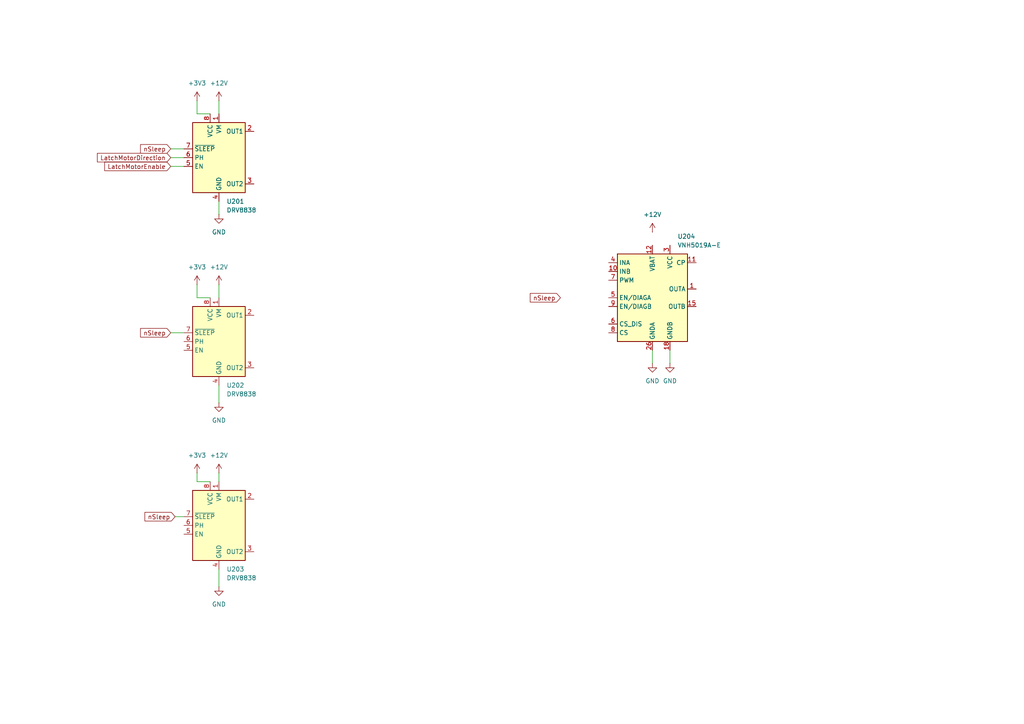
<source format=kicad_sch>
(kicad_sch (version 20231120) (generator "eeschema") (generator_version "8.0")
  (paper "A4")
  (lib_symbols
    (symbol "Driver_Motor:DRV8838"
      (property "Reference" "U" (at 6.35 11.43 0))
      (property "Value" "DRV8838" (at -10.16 11.43 0))
      (symbol "DRV8838_0_1"
        (rectangle (start -7.62 10.16) (end 7.62 -10.16) (stroke (width 0.254)) (fill (type background)))
      )
      (symbol "DRV8838_1_1"
        (pin power_in line (at 0 12.7 270) (length 2.54) (name "VM") (number "1"))
        (pin output line (at 10.16 7.62 180) (length 2.54) (name "OUT1") (number "2"))
        (pin output line (at 10.16 -7.62 180) (length 2.54) (name "OUT2") (number "3"))
        (pin power_in line (at 0 -12.7 90) (length 2.54) (name "GND") (number "4"))
        (pin input line (at -10.16 -2.54 0) (length 2.54) (name "EN") (number "5"))
        (pin input line (at -10.16 0 0) (length 2.54) (name "PH") (number "6"))
        (pin input line (at -10.16 2.54 0) (length 2.54) (name "~{SLEEP}") (number "7"))
        (pin power_in line (at -2.54 12.7 270) (length 2.54) (name "VCC") (number "8"))
        (pin passive line (at 0 -12.7 90) (length 2.54) hide (name "GND") (number "9"))
      )
    )
    (symbol "Driver_Motor:VNH5019A-E"
      (property "Reference" "U" (at -7.62 13.97 0))
      (property "Value" "VNH5019A-E" (at 12.7 13.97 0))
      (symbol "VNH5019A-E_0_1"
        (rectangle (start -10.16 12.7) (end 10.16 -12.7) (stroke (width 0.254)) (fill (type background)))
      )
      (symbol "VNH5019A-E_1_1"
        (pin output line (at 12.7 2.54 180) (length 2.54) (name "OUTA") (number "1"))
        (pin input line (at -12.7 7.62 0) (length 2.54) (name "INB") (number "10"))
        (pin output line (at 12.7 10.16 180) (length 2.54) (name "CP") (number "11"))
        (pin power_in line (at 0 15.24 270) (length 2.54) (name "VBAT") (number "12"))
        (pin passive line (at 5.08 15.24 270) (length 2.54) hide (name "VCC") (number "13"))
        (pin no_connect line (at 10.16 -10.16 180) (length 2.54) hide (name "NC") (number "14"))
        (pin output line (at 12.7 -2.54 180) (length 2.54) (name "OUTB") (number "15"))
        (pin passive line (at 12.7 -2.54 180) (length 2.54) hide (name "OUTB") (number "16"))
        (pin no_connect line (at 10.16 -5.08 180) (length 2.54) hide (name "NC") (number "17"))
        (pin power_in line (at 5.08 -15.24 90) (length 2.54) (name "GNDB") (number "18"))
        (pin passive line (at 5.08 -15.24 90) (length 2.54) hide (name "GNDB") (number "19"))
        (pin no_connect line (at 10.16 -7.62 180) (length 2.54) hide (name "NC") (number "2"))
        (pin passive line (at 5.08 -15.24 90) (length 2.54) hide (name "GNDB") (number "20"))
        (pin passive line (at 12.7 -2.54 180) (length 2.54) hide (name "OUTB") (number "21"))
        (pin no_connect line (at 10.16 0 180) (length 2.54) hide (name "NC") (number "22"))
        (pin passive line (at 5.08 15.24 270) (length 2.54) hide (name "VCC") (number "23"))
        (pin no_connect line (at 10.16 5.08 180) (length 2.54) hide (name "NC") (number "24"))
        (pin passive line (at 12.7 2.54 180) (length 2.54) hide (name "OUTA") (number "25"))
        (pin power_in line (at 0 -15.24 90) (length 2.54) (name "GNDA") (number "26"))
        (pin passive line (at 0 -15.24 90) (length 2.54) hide (name "GNDA") (number "27"))
        (pin passive line (at 0 -15.24 90) (length 2.54) hide (name "GNDA") (number "28"))
        (pin no_connect line (at 10.16 7.62 180) (length 2.54) hide (name "NC") (number "29"))
        (pin power_in line (at 5.08 15.24 270) (length 2.54) (name "VCC") (number "3"))
        (pin passive line (at 12.7 2.54 180) (length 2.54) hide (name "OUTA") (number "30"))
        (pin passive line (at 5.08 15.24 270) (length 2.54) hide (name "VCC") (number "31"))
        (pin passive line (at 12.7 -2.54 180) (length 2.54) hide (name "OUTB") (number "32"))
        (pin passive line (at 12.7 2.54 180) (length 2.54) hide (name "OUTA") (number "33"))
        (pin input line (at -12.7 10.16 0) (length 2.54) (name "INA") (number "4"))
        (pin open_collector line (at -12.7 0 0) (length 2.54) (name "EN/DIAGA") (number "5"))
        (pin input line (at -12.7 -7.62 0) (length 2.54) (name "CS_DIS") (number "6"))
        (pin input line (at -12.7 5.08 0) (length 2.54) (name "PWM") (number "7"))
        (pin output line (at -12.7 -10.16 0) (length 2.54) (name "CS") (number "8"))
        (pin open_collector line (at -12.7 -2.54 0) (length 2.54) (name "EN/DIAGB") (number "9"))
      )
    )
    (symbol "power:+12V" (power) (pin_numbers hide) (pin_names (offset 0) hide)
      (property "Value" "+12V" (at 0 3.556 0))
      (symbol "+12V_0_1"
        (polyline (pts (xy -0.762 1.27) (xy 0 2.54)))
        (polyline (pts (xy 0 0) (xy 0 2.54)))
        (polyline (pts (xy 0 2.54) (xy 0.762 1.27)))
      )
      (symbol "+12V_1_1"
        (pin power_in line (at 0 0 90) (length 0) (name "~") (number "1"))
      )
    )
    (symbol "power:+3V3" (power) (pin_numbers hide) (pin_names (offset 0) hide)
      (property "Value" "+3V3" (at 0 3.556 0))
      (symbol "+3V3_0_1"
        (polyline (pts (xy -0.762 1.27) (xy 0 2.54)))
        (polyline (pts (xy 0 0) (xy 0 2.54)))
        (polyline (pts (xy 0 2.54) (xy 0.762 1.27)))
      )
      (symbol "+3V3_1_1"
        (pin power_in line (at 0 0 90) (length 0) (name "~") (number "1"))
      )
    )
    (symbol "power:GND" (power) (pin_numbers hide) (pin_names (offset 0) hide)
      (property "Value" "GND" (at 0 -3.81 0))
      (symbol "GND_0_1"
        (polyline (pts (xy 0 0) (xy 0 -1.27) (xy 1.27 -1.27) (xy 0 -2.54) (xy -1.27 -1.27) (xy 0 -1.27)))
      )
      (symbol "GND_1_1"
        (pin power_in line (at 0 0 270) (length 0) (name "~") (number "1"))
      )
    )
  )
  (wire (pts (xy 49.53 96.52) (xy 53.34 96.52)))
  (wire (pts (xy 63.5 111.76) (xy 63.5 116.84)))
  (wire (pts (xy 63.5 82.55) (xy 63.5 86.36)))
  (wire (pts (xy 49.53 48.26) (xy 53.34 48.26)))
  (wire (pts (xy 63.5 165.1) (xy 63.5 170.18)))
  (wire (pts (xy 49.53 45.72) (xy 53.34 45.72)))
  (wire (pts (xy 60.96 33.02) (xy 57.15 33.02)))
  (wire (pts (xy 57.15 33.02) (xy 57.15 29.21)))
  (wire (pts (xy 63.5 137.16) (xy 63.5 139.7)))
  (wire (pts (xy 60.96 139.7) (xy 57.15 139.7)))
  (wire (pts (xy 189.23 101.6) (xy 189.23 105.41)))
  (wire (pts (xy 57.15 86.36) (xy 57.15 82.55)))
  (wire (pts (xy 50.8 149.86) (xy 53.34 149.86)))
  (wire (pts (xy 63.5 58.42) (xy 63.5 62.23)))
  (wire (pts (xy 60.96 86.36) (xy 57.15 86.36)))
  (wire (pts (xy 63.5 29.21) (xy 63.5 33.02)))
  (wire (pts (xy 57.15 139.7) (xy 57.15 137.16)))
  (wire (pts (xy 194.31 101.6) (xy 194.31 105.41)))
  (wire (pts (xy 49.53 43.18) (xy 53.34 43.18)))
  (global_label "LatchMotorEnable" (shape input) (at 49.53 48.26 180) (property "Intersheetrefs" "${INTERSHEET_REFS}" (effects (hide yes))))
  (global_label "nSleep" (shape input) (at 49.53 96.52 180) (property "Intersheetrefs" "${INTERSHEET_REFS}" (effects (hide yes))))
  (global_label "nSleep" (shape input) (at 49.53 43.18 180) (property "Intersheetrefs" "${INTERSHEET_REFS}" (effects (hide yes))))
  (global_label "nSleep" (shape input) (at 50.8 149.86 180) (property "Intersheetrefs" "${INTERSHEET_REFS}" (effects (hide yes))))
  (global_label "nSleep" (shape input) (at 162.56 86.36 180) (property "Intersheetrefs" "${INTERSHEET_REFS}" (effects (hide yes))))
  (global_label "LatchMotorDirection" (shape input) (at 49.53 45.72 180) (property "Intersheetrefs" "${INTERSHEET_REFS}" (effects (hide yes))))
  (symbol (lib_id "power:+3V3") (at 57.15 29.21 0) (unit 1)
    (property "Reference" "#PWR0207" (effects (hide yes)))
    (property "Value" "+3V3" (at 57.15 24.13 0))
    (property "Description" "Power symbol creates a global label with name \"+3V3\"" (effects (hide yes)))
  )
  (symbol (lib_id "power:+12V") (at 63.5 137.16 0) (unit 1)
    (property "Reference" "#PWR0203" (effects (hide yes)))
    (property "Value" "+12V" (at 63.5 132.08 0))
    (property "Description" "Power symbol creates a global label with name \"+12V\"" (effects (hide yes)))
  )
  (symbol (lib_id "power:+12V") (at 63.5 29.21 0) (unit 1)
    (property "Reference" "#PWR0201" (effects (hide yes)))
    (property "Value" "+12V" (at 63.5 24.13 0))
    (property "Description" "Power symbol creates a global label with name \"+12V\"" (effects (hide yes)))
  )
  (symbol (lib_id "power:+3V3") (at 57.15 82.55 0) (unit 1)
    (property "Reference" "#PWR0205" (effects (hide yes)))
    (property "Value" "+3V3" (at 57.15 77.47 0))
    (property "Description" "Power symbol creates a global label with name \"+3V3\"" (effects (hide yes)))
  )
  (symbol (lib_id "Driver_Motor:DRV8838") (at 63.5 45.72 0) (unit 1)
    (property "Reference" "U201" (at 65.6941 58.42 0) (effects (justify left)))
    (property "Value" "DRV8838" (at 65.6941 60.96 0) (effects (justify left)))
    (property "Footprint" "Package_SON:WSON-8-1EP_2x2mm_P0.5mm_EP0.9x1.6mm" (effects (hide yes)))
    (property "Datasheet" "http://www.ti.com/lit/ds/symlink/drv8837.pdf" (effects (hide yes)))
    (property "Description" "H-Bridge driver, 1.8A, Low Voltage, PH/EN input, WSON-8" (effects (hide yes)))
  )
  (symbol (lib_id "Driver_Motor:DRV8838") (at 63.5 99.06 0) (unit 1)
    (property "Reference" "U202" (at 65.6941 111.76 0) (effects (justify left)))
    (property "Value" "DRV8838" (at 65.6941 114.3 0) (effects (justify left)))
    (property "Footprint" "Package_SON:WSON-8-1EP_2x2mm_P0.5mm_EP0.9x1.6mm" (effects (hide yes)))
    (property "Datasheet" "http://www.ti.com/lit/ds/symlink/drv8837.pdf" (effects (hide yes)))
    (property "Description" "H-Bridge driver, 1.8A, Low Voltage, PH/EN input, WSON-8" (effects (hide yes)))
  )
  (symbol (lib_id "power:+12V") (at 189.23 67.31 0) (unit 1)
    (property "Reference" "#PWR0204" (effects (hide yes)))
    (property "Value" "+12V" (at 189.23 62.23 0))
    (property "Description" "Power symbol creates a global label with name \"+12V\"" (effects (hide yes)))
  )
  (symbol (lib_id "power:GND") (at 63.5 116.84 0) (unit 1)
    (property "Reference" "#PWR0209" (effects (hide yes)))
    (property "Value" "GND" (at 63.5 121.92 0))
    (property "Description" "Power symbol creates a global label with name \"GND\" , ground" (effects (hide yes)))
  )
  (symbol (lib_id "power:GND") (at 194.31 105.41 0) (unit 1)
    (property "Reference" "#PWR0211" (effects (hide yes)))
    (property "Value" "GND" (at 194.31 110.49 0))
    (property "Description" "Power symbol creates a global label with name \"GND\" , ground" (effects (hide yes)))
  )
  (symbol (lib_id "Driver_Motor:DRV8838") (at 63.5 152.4 0) (unit 1)
    (property "Reference" "U203" (at 65.6941 165.1 0) (effects (justify left)))
    (property "Value" "DRV8838" (at 65.6941 167.64 0) (effects (justify left)))
    (property "Footprint" "Package_SON:WSON-8-1EP_2x2mm_P0.5mm_EP0.9x1.6mm" (effects (hide yes)))
    (property "Datasheet" "http://www.ti.com/lit/ds/symlink/drv8837.pdf" (effects (hide yes)))
    (property "Description" "H-Bridge driver, 1.8A, Low Voltage, PH/EN input, WSON-8" (effects (hide yes)))
  )
  (symbol (lib_id "power:+12V") (at 63.5 82.55 0) (unit 1)
    (property "Reference" "#PWR0202" (effects (hide yes)))
    (property "Value" "+12V" (at 63.5 77.47 0))
    (property "Description" "Power symbol creates a global label with name \"+12V\"" (effects (hide yes)))
  )
  (symbol (lib_id "Driver_Motor:VNH5019A-E") (at 189.23 86.36 0) (unit 1)
    (property "Reference" "U204" (at 196.5041 68.58 0) (effects (justify left)))
    (property "Value" "VNH5019A-E" (at 196.5041 71.12 0) (effects (justify left)))
    (property "Footprint" "Package_SO:ST_MultiPowerSO-30" (effects (hide yes)))
    (property "Datasheet" "https://www.st.com/resource/en/datasheet/vnh5019a-e.pdf" (effects (hide yes)))
    (property "Description" "Full Bridge Motor Driver, 41V, 30A, -40 to 150C, MultiPowerSO-30" (effects (hide yes)))
  )
  (symbol (lib_id "power:+3V3") (at 57.15 137.16 0) (unit 1)
    (property "Reference" "#PWR0206" (effects (hide yes)))
    (property "Value" "+3V3" (at 57.15 132.08 0))
    (property "Description" "Power symbol creates a global label with name \"+3V3\"" (effects (hide yes)))
  )
  (symbol (lib_id "power:GND") (at 189.23 105.41 0) (unit 1)
    (property "Reference" "#PWR0212" (effects (hide yes)))
    (property "Value" "GND" (at 189.23 110.49 0))
    (property "Description" "Power symbol creates a global label with name \"GND\" , ground" (effects (hide yes)))
  )
  (symbol (lib_id "power:GND") (at 63.5 62.23 0) (unit 1)
    (property "Reference" "#PWR0208" (effects (hide yes)))
    (property "Value" "GND" (at 63.5 67.31 0))
    (property "Description" "Power symbol creates a global label with name \"GND\" , ground" (effects (hide yes)))
  )
  (symbol (lib_id "power:GND") (at 63.5 170.18 0) (unit 1)
    (property "Reference" "#PWR0210" (effects (hide yes)))
    (property "Value" "GND" (at 63.5 175.26 0))
    (property "Description" "Power symbol creates a global label with name \"GND\" , ground" (effects (hide yes)))
  )
)
</source>
